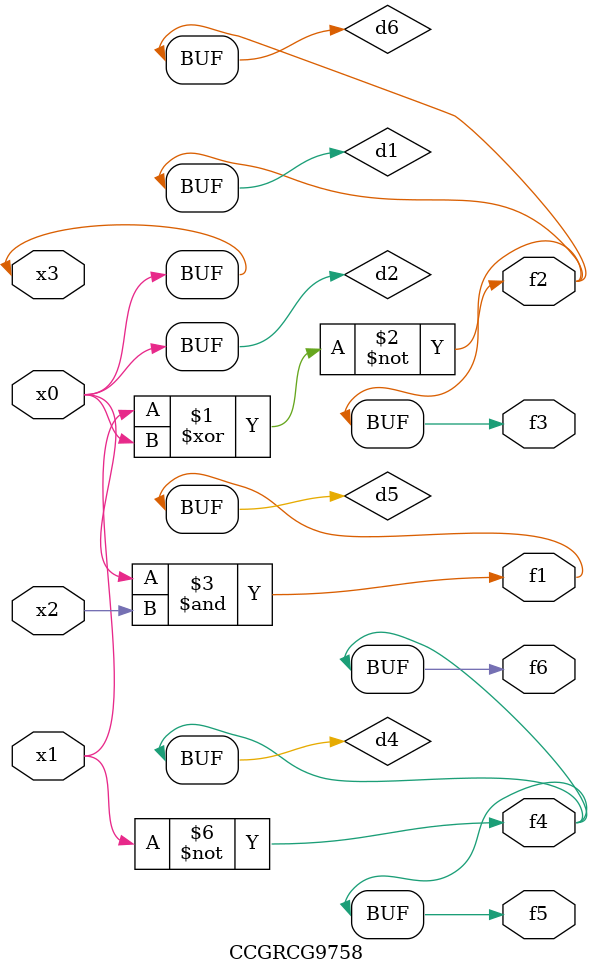
<source format=v>
module CCGRCG9758(
	input x0, x1, x2, x3,
	output f1, f2, f3, f4, f5, f6
);

	wire d1, d2, d3, d4, d5, d6;

	xnor (d1, x1, x3);
	buf (d2, x0, x3);
	nand (d3, x0, x2);
	not (d4, x1);
	nand (d5, d3);
	or (d6, d1);
	assign f1 = d5;
	assign f2 = d6;
	assign f3 = d6;
	assign f4 = d4;
	assign f5 = d4;
	assign f6 = d4;
endmodule

</source>
